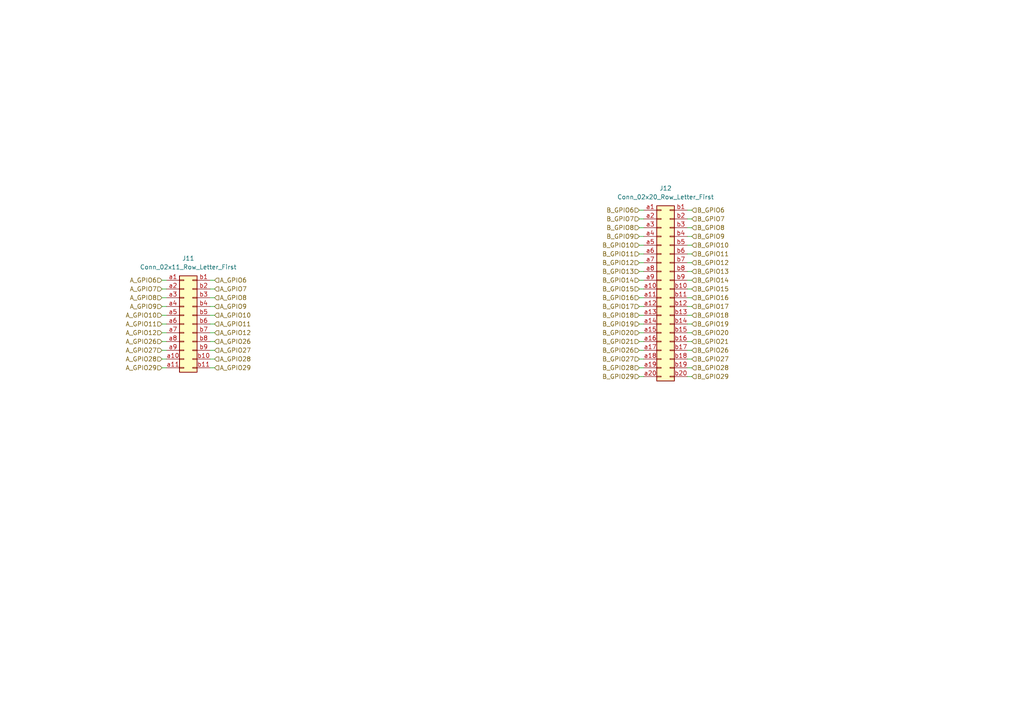
<source format=kicad_sch>
(kicad_sch (version 20230121) (generator eeschema)
  (paper "A4")
  (lib_symbols
    (symbol "Connector_Generic:Conn_02x11_Row_Letter_First" (pin_names (offset 1.016) hide)
      (property "Reference" "J" (at 1.27 15.24 0))
      (property "Value" "Conn_02x11_Row_Letter_First" (at 1.27 -15.24 0))
      (symbol "Conn_02x11_Row_Letter_First_1_1"
        (rectangle (start -1.27 -12.573) (end 0 -12.827) (stroke (width 0.1524)))
        (rectangle (start -1.27 -10.033) (end 0 -10.287) (stroke (width 0.1524)))
        (rectangle (start -1.27 -7.493) (end 0 -7.747) (stroke (width 0.1524)))
        (rectangle (start -1.27 -4.953) (end 0 -5.207) (stroke (width 0.1524)))
        (rectangle (start -1.27 -2.413) (end 0 -2.667) (stroke (width 0.1524)))
        (rectangle (start -1.27 0.127) (end 0 -0.127) (stroke (width 0.1524)))
        (rectangle (start -1.27 2.667) (end 0 2.413) (stroke (width 0.1524)))
        (rectangle (start -1.27 5.207) (end 0 4.953) (stroke (width 0.1524)))
        (rectangle (start -1.27 7.747) (end 0 7.493) (stroke (width 0.1524)))
        (rectangle (start -1.27 10.287) (end 0 10.033) (stroke (width 0.1524)))
        (rectangle (start -1.27 12.827) (end 0 12.573) (stroke (width 0.1524)))
        (rectangle (start -1.27 13.97) (end 3.81 -13.97) (stroke (width 0.254)) (fill (type background)))
        (rectangle (start 3.81 -12.573) (end 2.54 -12.827) (stroke (width 0.1524)))
        (rectangle (start 3.81 -10.033) (end 2.54 -10.287) (stroke (width 0.1524)))
        (rectangle (start 3.81 -7.493) (end 2.54 -7.747) (stroke (width 0.1524)))
        (rectangle (start 3.81 -4.953) (end 2.54 -5.207) (stroke (width 0.1524)))
        (rectangle (start 3.81 -2.413) (end 2.54 -2.667) (stroke (width 0.1524)))
        (rectangle (start 3.81 0.127) (end 2.54 -0.127) (stroke (width 0.1524)))
        (rectangle (start 3.81 2.667) (end 2.54 2.413) (stroke (width 0.1524)))
        (rectangle (start 3.81 5.207) (end 2.54 4.953) (stroke (width 0.1524)))
        (rectangle (start 3.81 7.747) (end 2.54 7.493) (stroke (width 0.1524)))
        (rectangle (start 3.81 10.287) (end 2.54 10.033) (stroke (width 0.1524)))
        (rectangle (start 3.81 12.827) (end 2.54 12.573) (stroke (width 0.1524)))
        (pin passive line (at -5.08 12.7 0) (length 3.81) (name "Pin_a1") (number "a1"))
        (pin passive line (at -5.08 -10.16 0) (length 3.81) (name "Pin_a10") (number "a10"))
        (pin passive line (at -5.08 -12.7 0) (length 3.81) (name "Pin_a11") (number "a11"))
        (pin passive line (at -5.08 10.16 0) (length 3.81) (name "Pin_a2") (number "a2"))
        (pin passive line (at -5.08 7.62 0) (length 3.81) (name "Pin_a3") (number "a3"))
        (pin passive line (at -5.08 5.08 0) (length 3.81) (name "Pin_a4") (number "a4"))
        (pin passive line (at -5.08 2.54 0) (length 3.81) (name "Pin_a5") (number "a5"))
        (pin passive line (at -5.08 0 0) (length 3.81) (name "Pin_a6") (number "a6"))
        (pin passive line (at -5.08 -2.54 0) (length 3.81) (name "Pin_a7") (number "a7"))
        (pin passive line (at -5.08 -5.08 0) (length 3.81) (name "Pin_a8") (number "a8"))
        (pin passive line (at -5.08 -7.62 0) (length 3.81) (name "Pin_a9") (number "a9"))
        (pin passive line (at 7.62 12.7 180) (length 3.81) (name "Pin_b1") (number "b1"))
        (pin passive line (at 7.62 -10.16 180) (length 3.81) (name "Pin_b10") (number "b10"))
        (pin passive line (at 7.62 -12.7 180) (length 3.81) (name "Pin_b11") (number "b11"))
        (pin passive line (at 7.62 10.16 180) (length 3.81) (name "Pin_b2") (number "b2"))
        (pin passive line (at 7.62 7.62 180) (length 3.81) (name "Pin_b3") (number "b3"))
        (pin passive line (at 7.62 5.08 180) (length 3.81) (name "Pin_b4") (number "b4"))
        (pin passive line (at 7.62 2.54 180) (length 3.81) (name "Pin_b5") (number "b5"))
        (pin passive line (at 7.62 0 180) (length 3.81) (name "Pin_b6") (number "b6"))
        (pin passive line (at 7.62 -2.54 180) (length 3.81) (name "Pin_b7") (number "b7"))
        (pin passive line (at 7.62 -5.08 180) (length 3.81) (name "Pin_b8") (number "b8"))
        (pin passive line (at 7.62 -7.62 180) (length 3.81) (name "Pin_b9") (number "b9"))
      )
    )
    (symbol "Connector_Generic:Conn_02x20_Row_Letter_First" (pin_names (offset 1.016) hide)
      (property "Reference" "J" (at 1.27 25.4 0))
      (property "Value" "Conn_02x20_Row_Letter_First" (at 1.27 -27.94 0))
      (symbol "Conn_02x20_Row_Letter_First_1_1"
        (rectangle (start -1.27 -25.273) (end 0 -25.527) (stroke (width 0.1524)))
        (rectangle (start -1.27 -22.733) (end 0 -22.987) (stroke (width 0.1524)))
        (rectangle (start -1.27 -20.193) (end 0 -20.447) (stroke (width 0.1524)))
        (rectangle (start -1.27 -17.653) (end 0 -17.907) (stroke (width 0.1524)))
        (rectangle (start -1.27 -15.113) (end 0 -15.367) (stroke (width 0.1524)))
        (rectangle (start -1.27 -12.573) (end 0 -12.827) (stroke (width 0.1524)))
        (rectangle (start -1.27 -10.033) (end 0 -10.287) (stroke (width 0.1524)))
        (rectangle (start -1.27 -7.493) (end 0 -7.747) (stroke (width 0.1524)))
        (rectangle (start -1.27 -4.953) (end 0 -5.207) (stroke (width 0.1524)))
        (rectangle (start -1.27 -2.413) (end 0 -2.667) (stroke (width 0.1524)))
        (rectangle (start -1.27 0.127) (end 0 -0.127) (stroke (width 0.1524)))
        (rectangle (start -1.27 2.667) (end 0 2.413) (stroke (width 0.1524)))
        (rectangle (start -1.27 5.207) (end 0 4.953) (stroke (width 0.1524)))
        (rectangle (start -1.27 7.747) (end 0 7.493) (stroke (width 0.1524)))
        (rectangle (start -1.27 10.287) (end 0 10.033) (stroke (width 0.1524)))
        (rectangle (start -1.27 12.827) (end 0 12.573) (stroke (width 0.1524)))
        (rectangle (start -1.27 15.367) (end 0 15.113) (stroke (width 0.1524)))
        (rectangle (start -1.27 17.907) (end 0 17.653) (stroke (width 0.1524)))
        (rectangle (start -1.27 20.447) (end 0 20.193) (stroke (width 0.1524)))
        (rectangle (start -1.27 22.987) (end 0 22.733) (stroke (width 0.1524)))
        (rectangle (start -1.27 24.13) (end 3.81 -26.67) (stroke (width 0.254)) (fill (type background)))
        (rectangle (start 3.81 -25.273) (end 2.54 -25.527) (stroke (width 0.1524)))
        (rectangle (start 3.81 -22.733) (end 2.54 -22.987) (stroke (width 0.1524)))
        (rectangle (start 3.81 -20.193) (end 2.54 -20.447) (stroke (width 0.1524)))
        (rectangle (start 3.81 -17.653) (end 2.54 -17.907) (stroke (width 0.1524)))
        (rectangle (start 3.81 -15.113) (end 2.54 -15.367) (stroke (width 0.1524)))
        (rectangle (start 3.81 -12.573) (end 2.54 -12.827) (stroke (width 0.1524)))
        (rectangle (start 3.81 -10.033) (end 2.54 -10.287) (stroke (width 0.1524)))
        (rectangle (start 3.81 -7.493) (end 2.54 -7.747) (stroke (width 0.1524)))
        (rectangle (start 3.81 -4.953) (end 2.54 -5.207) (stroke (width 0.1524)))
        (rectangle (start 3.81 -2.413) (end 2.54 -2.667) (stroke (width 0.1524)))
        (rectangle (start 3.81 0.127) (end 2.54 -0.127) (stroke (width 0.1524)))
        (rectangle (start 3.81 2.667) (end 2.54 2.413) (stroke (width 0.1524)))
        (rectangle (start 3.81 5.207) (end 2.54 4.953) (stroke (width 0.1524)))
        (rectangle (start 3.81 7.747) (end 2.54 7.493) (stroke (width 0.1524)))
        (rectangle (start 3.81 10.287) (end 2.54 10.033) (stroke (width 0.1524)))
        (rectangle (start 3.81 12.827) (end 2.54 12.573) (stroke (width 0.1524)))
        (rectangle (start 3.81 15.367) (end 2.54 15.113) (stroke (width 0.1524)))
        (rectangle (start 3.81 17.907) (end 2.54 17.653) (stroke (width 0.1524)))
        (rectangle (start 3.81 20.447) (end 2.54 20.193) (stroke (width 0.1524)))
        (rectangle (start 3.81 22.987) (end 2.54 22.733) (stroke (width 0.1524)))
        (pin passive line (at -5.08 22.86 0) (length 3.81) (name "Pin_a1") (number "a1"))
        (pin passive line (at -5.08 0 0) (length 3.81) (name "Pin_a10") (number "a10"))
        (pin passive line (at -5.08 -2.54 0) (length 3.81) (name "Pin_a11") (number "a11"))
        (pin passive line (at -5.08 -5.08 0) (length 3.81) (name "Pin_a12") (number "a12"))
        (pin passive line (at -5.08 -7.62 0) (length 3.81) (name "Pin_a13") (number "a13"))
        (pin passive line (at -5.08 -10.16 0) (length 3.81) (name "Pin_a14") (number "a14"))
        (pin passive line (at -5.08 -12.7 0) (length 3.81) (name "Pin_a15") (number "a15"))
        (pin passive line (at -5.08 -15.24 0) (length 3.81) (name "Pin_a16") (number "a16"))
        (pin passive line (at -5.08 -17.78 0) (length 3.81) (name "Pin_a17") (number "a17"))
        (pin passive line (at -5.08 -20.32 0) (length 3.81) (name "Pin_a18") (number "a18"))
        (pin passive line (at -5.08 -22.86 0) (length 3.81) (name "Pin_a19") (number "a19"))
        (pin passive line (at -5.08 20.32 0) (length 3.81) (name "Pin_a2") (number "a2"))
        (pin passive line (at -5.08 -25.4 0) (length 3.81) (name "Pin_a20") (number "a20"))
        (pin passive line (at -5.08 17.78 0) (length 3.81) (name "Pin_a3") (number "a3"))
        (pin passive line (at -5.08 15.24 0) (length 3.81) (name "Pin_a4") (number "a4"))
        (pin passive line (at -5.08 12.7 0) (length 3.81) (name "Pin_a5") (number "a5"))
        (pin passive line (at -5.08 10.16 0) (length 3.81) (name "Pin_a6") (number "a6"))
        (pin passive line (at -5.08 7.62 0) (length 3.81) (name "Pin_a7") (number "a7"))
        (pin passive line (at -5.08 5.08 0) (length 3.81) (name "Pin_a8") (number "a8"))
        (pin passive line (at -5.08 2.54 0) (length 3.81) (name "Pin_a9") (number "a9"))
        (pin passive line (at 7.62 22.86 180) (length 3.81) (name "Pin_b1") (number "b1"))
        (pin passive line (at 7.62 0 180) (length 3.81) (name "Pin_b10") (number "b10"))
        (pin passive line (at 7.62 -2.54 180) (length 3.81) (name "Pin_b11") (number "b11"))
        (pin passive line (at 7.62 -5.08 180) (length 3.81) (name "Pin_b12") (number "b12"))
        (pin passive line (at 7.62 -7.62 180) (length 3.81) (name "Pin_b13") (number "b13"))
        (pin passive line (at 7.62 -10.16 180) (length 3.81) (name "Pin_b14") (number "b14"))
        (pin passive line (at 7.62 -12.7 180) (length 3.81) (name "Pin_b15") (number "b15"))
        (pin passive line (at 7.62 -15.24 180) (length 3.81) (name "Pin_b16") (number "b16"))
        (pin passive line (at 7.62 -17.78 180) (length 3.81) (name "Pin_b17") (number "b17"))
        (pin passive line (at 7.62 -20.32 180) (length 3.81) (name "Pin_b18") (number "b18"))
        (pin passive line (at 7.62 -22.86 180) (length 3.81) (name "Pin_b19") (number "b19"))
        (pin passive line (at 7.62 20.32 180) (length 3.81) (name "Pin_b2") (number "b2"))
        (pin passive line (at 7.62 -25.4 180) (length 3.81) (name "Pin_b20") (number "b20"))
        (pin passive line (at 7.62 17.78 180) (length 3.81) (name "Pin_b3") (number "b3"))
        (pin passive line (at 7.62 15.24 180) (length 3.81) (name "Pin_b4") (number "b4"))
        (pin passive line (at 7.62 12.7 180) (length 3.81) (name "Pin_b5") (number "b5"))
        (pin passive line (at 7.62 10.16 180) (length 3.81) (name "Pin_b6") (number "b6"))
        (pin passive line (at 7.62 7.62 180) (length 3.81) (name "Pin_b7") (number "b7"))
        (pin passive line (at 7.62 5.08 180) (length 3.81) (name "Pin_b8") (number "b8"))
        (pin passive line (at 7.62 2.54 180) (length 3.81) (name "Pin_b9") (number "b9"))
      )
    )
  )
  (wire (pts (xy 185.42 104.14) (xy 186.69 104.14)))
  (wire (pts (xy 46.99 88.9) (xy 48.26 88.9)))
  (wire (pts (xy 60.96 88.9) (xy 62.23 88.9)))
  (wire (pts (xy 185.42 86.36) (xy 186.69 86.36)))
  (wire (pts (xy 60.96 104.14) (xy 62.23 104.14)))
  (wire (pts (xy 185.42 71.12) (xy 186.69 71.12)))
  (wire (pts (xy 60.96 86.36) (xy 62.23 86.36)))
  (wire (pts (xy 60.96 93.98) (xy 62.23 93.98)))
  (wire (pts (xy 199.39 88.9) (xy 200.66 88.9)))
  (wire (pts (xy 46.99 101.6) (xy 48.26 101.6)))
  (wire (pts (xy 199.39 109.22) (xy 200.66 109.22)))
  (wire (pts (xy 46.99 83.82) (xy 48.26 83.82)))
  (wire (pts (xy 199.39 86.36) (xy 200.66 86.36)))
  (wire (pts (xy 46.99 104.14) (xy 48.26 104.14)))
  (wire (pts (xy 185.42 63.5) (xy 186.69 63.5)))
  (wire (pts (xy 185.42 68.58) (xy 186.69 68.58)))
  (wire (pts (xy 199.39 73.66) (xy 200.66 73.66)))
  (wire (pts (xy 185.42 99.06) (xy 186.69 99.06)))
  (wire (pts (xy 199.39 96.52) (xy 200.66 96.52)))
  (wire (pts (xy 46.99 86.36) (xy 48.26 86.36)))
  (wire (pts (xy 185.42 101.6) (xy 186.69 101.6)))
  (wire (pts (xy 185.42 73.66) (xy 186.69 73.66)))
  (wire (pts (xy 46.99 81.28) (xy 48.26 81.28)))
  (wire (pts (xy 199.39 106.68) (xy 200.66 106.68)))
  (wire (pts (xy 185.42 93.98) (xy 186.69 93.98)))
  (wire (pts (xy 185.42 76.2) (xy 186.69 76.2)))
  (wire (pts (xy 185.42 96.52) (xy 186.69 96.52)))
  (wire (pts (xy 46.99 99.06) (xy 48.26 99.06)))
  (wire (pts (xy 185.42 88.9) (xy 186.69 88.9)))
  (wire (pts (xy 199.39 76.2) (xy 200.66 76.2)))
  (wire (pts (xy 46.99 96.52) (xy 48.26 96.52)))
  (wire (pts (xy 60.96 101.6) (xy 62.23 101.6)))
  (wire (pts (xy 199.39 99.06) (xy 200.66 99.06)))
  (wire (pts (xy 185.42 66.04) (xy 186.69 66.04)))
  (wire (pts (xy 199.39 104.14) (xy 200.66 104.14)))
  (wire (pts (xy 199.39 78.74) (xy 200.66 78.74)))
  (wire (pts (xy 199.39 63.5) (xy 200.66 63.5)))
  (wire (pts (xy 185.42 106.68) (xy 186.69 106.68)))
  (wire (pts (xy 199.39 93.98) (xy 200.66 93.98)))
  (wire (pts (xy 185.42 109.22) (xy 186.69 109.22)))
  (wire (pts (xy 185.42 78.74) (xy 186.69 78.74)))
  (wire (pts (xy 185.42 81.28) (xy 186.69 81.28)))
  (wire (pts (xy 185.42 60.96) (xy 186.69 60.96)))
  (wire (pts (xy 199.39 91.44) (xy 200.66 91.44)))
  (wire (pts (xy 199.39 101.6) (xy 200.66 101.6)))
  (wire (pts (xy 199.39 60.96) (xy 200.66 60.96)))
  (wire (pts (xy 60.96 99.06) (xy 62.23 99.06)))
  (wire (pts (xy 46.99 93.98) (xy 48.26 93.98)))
  (wire (pts (xy 60.96 81.28) (xy 62.23 81.28)))
  (wire (pts (xy 60.96 91.44) (xy 62.23 91.44)))
  (wire (pts (xy 60.96 96.52) (xy 62.23 96.52)))
  (wire (pts (xy 199.39 83.82) (xy 200.66 83.82)))
  (wire (pts (xy 199.39 68.58) (xy 200.66 68.58)))
  (wire (pts (xy 46.99 106.68) (xy 48.26 106.68)))
  (wire (pts (xy 46.99 91.44) (xy 48.26 91.44)))
  (wire (pts (xy 60.96 106.68) (xy 62.23 106.68)))
  (wire (pts (xy 199.39 66.04) (xy 200.66 66.04)))
  (wire (pts (xy 199.39 81.28) (xy 200.66 81.28)))
  (wire (pts (xy 185.42 83.82) (xy 186.69 83.82)))
  (wire (pts (xy 199.39 71.12) (xy 200.66 71.12)))
  (wire (pts (xy 185.42 91.44) (xy 186.69 91.44)))
  (wire (pts (xy 60.96 83.82) (xy 62.23 83.82)))
  (hierarchical_label "B_GPIO21" (shape input) (at 200.66 99.06 0))
  (hierarchical_label "B_GPIO10" (shape input) (at 185.42 71.12 180))
  (hierarchical_label "B_GPIO18" (shape input) (at 200.66 91.44 0))
  (hierarchical_label "B_GPIO9" (shape input) (at 200.66 68.58 0))
  (hierarchical_label "B_GPIO13" (shape input) (at 200.66 78.74 0))
  (hierarchical_label "A_GPIO29" (shape input) (at 62.23 106.68 0))
  (hierarchical_label "A_GPIO6" (shape input) (at 46.99 81.28 180))
  (hierarchical_label "B_GPIO6" (shape input) (at 185.42 60.96 180))
  (hierarchical_label "B_GPIO16" (shape input) (at 185.42 86.36 180))
  (hierarchical_label "B_GPIO27" (shape input) (at 185.42 104.14 180))
  (hierarchical_label "B_GPIO26" (shape input) (at 200.66 101.6 0))
  (hierarchical_label "B_GPIO14" (shape input) (at 185.42 81.28 180))
  (hierarchical_label "B_GPIO7" (shape input) (at 200.66 63.5 0))
  (hierarchical_label "A_GPIO10" (shape input) (at 62.23 91.44 0))
  (hierarchical_label "B_GPIO8" (shape input) (at 185.42 66.04 180))
  (hierarchical_label "B_GPIO11" (shape input) (at 185.42 73.66 180))
  (hierarchical_label "B_GPIO26" (shape input) (at 185.42 101.6 180))
  (hierarchical_label "B_GPIO20" (shape input) (at 185.42 96.52 180))
  (hierarchical_label "A_GPIO11" (shape input) (at 46.99 93.98 180))
  (hierarchical_label "A_GPIO10" (shape input) (at 46.99 91.44 180))
  (hierarchical_label "A_GPIO8" (shape input) (at 46.99 86.36 180))
  (hierarchical_label "A_GPIO7" (shape input) (at 46.99 83.82 180))
  (hierarchical_label "B_GPIO20" (shape input) (at 200.66 96.52 0))
  (hierarchical_label "B_GPIO6" (shape input) (at 200.66 60.96 0))
  (hierarchical_label "B_GPIO9" (shape input) (at 185.42 68.58 180))
  (hierarchical_label "B_GPIO10" (shape input) (at 200.66 71.12 0))
  (hierarchical_label "B_GPIO16" (shape input) (at 200.66 86.36 0))
  (hierarchical_label "B_GPIO19" (shape input) (at 200.66 93.98 0))
  (hierarchical_label "B_GPIO8" (shape input) (at 200.66 66.04 0))
  (hierarchical_label "A_GPIO7" (shape input) (at 62.23 83.82 0))
  (hierarchical_label "A_GPIO27" (shape input) (at 46.99 101.6 180))
  (hierarchical_label "A_GPIO8" (shape input) (at 62.23 86.36 0))
  (hierarchical_label "B_GPIO15" (shape input) (at 200.66 83.82 0))
  (hierarchical_label "A_GPIO26" (shape input) (at 62.23 99.06 0))
  (hierarchical_label "B_GPIO28" (shape input) (at 200.66 106.68 0))
  (hierarchical_label "A_GPIO28" (shape input) (at 62.23 104.14 0))
  (hierarchical_label "B_GPIO11" (shape input) (at 200.66 73.66 0))
  (hierarchical_label "A_GPIO12" (shape input) (at 62.23 96.52 0))
  (hierarchical_label "A_GPIO28" (shape input) (at 46.99 104.14 180))
  (hierarchical_label "B_GPIO29" (shape input) (at 185.42 109.22 180))
  (hierarchical_label "B_GPIO18" (shape input) (at 185.42 91.44 180))
  (hierarchical_label "B_GPIO29" (shape input) (at 200.66 109.22 0))
  (hierarchical_label "A_GPIO12" (shape input) (at 46.99 96.52 180))
  (hierarchical_label "A_GPIO6" (shape input) (at 62.23 81.28 0))
  (hierarchical_label "B_GPIO28" (shape input) (at 185.42 106.68 180))
  (hierarchical_label "A_GPIO9" (shape input) (at 62.23 88.9 0))
  (hierarchical_label "B_GPIO12" (shape input) (at 185.42 76.2 180))
  (hierarchical_label "B_GPIO12" (shape input) (at 200.66 76.2 0))
  (hierarchical_label "A_GPIO9" (shape input) (at 46.99 88.9 180))
  (hierarchical_label "B_GPIO17" (shape input) (at 185.42 88.9 180))
  (hierarchical_label "B_GPIO17" (shape input) (at 200.66 88.9 0))
  (hierarchical_label "A_GPIO26" (shape input) (at 46.99 99.06 180))
  (hierarchical_label "B_GPIO21" (shape input) (at 185.42 99.06 180))
  (hierarchical_label "B_GPIO7" (shape input) (at 185.42 63.5 180))
  (hierarchical_label "B_GPIO13" (shape input) (at 185.42 78.74 180))
  (hierarchical_label "B_GPIO14" (shape input) (at 200.66 81.28 0))
  (hierarchical_label "B_GPIO27" (shape input) (at 200.66 104.14 0))
  (hierarchical_label "A_GPIO11" (shape input) (at 62.23 93.98 0))
  (hierarchical_label "B_GPIO19" (shape input) (at 185.42 93.98 180))
  (hierarchical_label "A_GPIO27" (shape input) (at 62.23 101.6 0))
  (hierarchical_label "A_GPIO29" (shape input) (at 46.99 106.68 180))
  (hierarchical_label "B_GPIO15" (shape input) (at 185.42 83.82 180))
  (symbol (lib_id "Connector_Generic:Conn_02x11_Row_Letter_First") (at 53.34 93.98 0) (unit 1)
    (property "Reference" "J11" (at 54.61 74.93 0))
    (property "Value" "Conn_02x11_Row_Letter_First" (at 54.61 77.47 0))
    (property "Footprint" "Connector_PinHeader_1.27mm:PinHeader_2x11_P1.27mm_Vertical" (effects hide))
  )
  (symbol (lib_id "Connector_Generic:Conn_02x20_Row_Letter_First") (at 191.77 83.82 0) (unit 1)
    (property "Reference" "J12" (at 193.04 54.61 0))
    (property "Value" "Conn_02x20_Row_Letter_First" (at 193.04 57.15 0))
    (property "Footprint" "Connector_PinHeader_1.27mm:PinHeader_2x20_P1.27mm_Vertical" (effects hide))
  )
)
</source>
